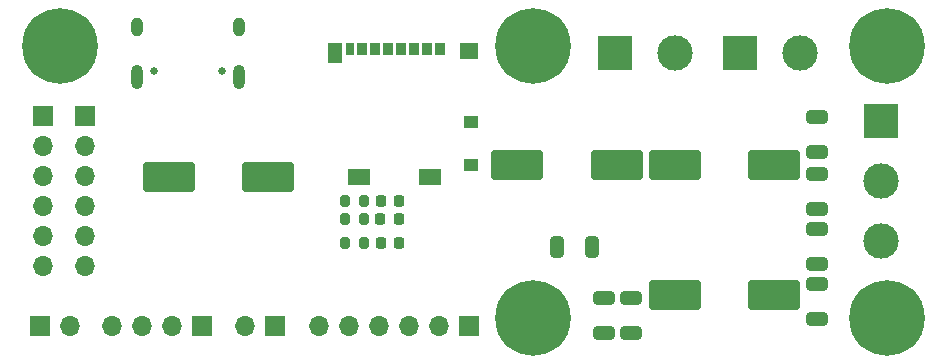
<source format=gbs>
G04 #@! TF.GenerationSoftware,KiCad,Pcbnew,7.0.2-6a45011f42~172~ubuntu20.04.1*
G04 #@! TF.CreationDate,2023-05-22T19:25:16+03:00*
G04 #@! TF.ProjectId,BLDC_4,424c4443-5f34-42e6-9b69-6361645f7063,rev?*
G04 #@! TF.SameCoordinates,PX40d9900PYa21fe80*
G04 #@! TF.FileFunction,Soldermask,Bot*
G04 #@! TF.FilePolarity,Negative*
%FSLAX46Y46*%
G04 Gerber Fmt 4.6, Leading zero omitted, Abs format (unit mm)*
G04 Created by KiCad (PCBNEW 7.0.2-6a45011f42~172~ubuntu20.04.1) date 2023-05-22 19:25:16*
%MOMM*%
%LPD*%
G01*
G04 APERTURE LIST*
G04 Aperture macros list*
%AMRoundRect*
0 Rectangle with rounded corners*
0 $1 Rounding radius*
0 $2 $3 $4 $5 $6 $7 $8 $9 X,Y pos of 4 corners*
0 Add a 4 corners polygon primitive as box body*
4,1,4,$2,$3,$4,$5,$6,$7,$8,$9,$2,$3,0*
0 Add four circle primitives for the rounded corners*
1,1,$1+$1,$2,$3*
1,1,$1+$1,$4,$5*
1,1,$1+$1,$6,$7*
1,1,$1+$1,$8,$9*
0 Add four rect primitives between the rounded corners*
20,1,$1+$1,$2,$3,$4,$5,0*
20,1,$1+$1,$4,$5,$6,$7,0*
20,1,$1+$1,$6,$7,$8,$9,0*
20,1,$1+$1,$8,$9,$2,$3,0*%
G04 Aperture macros list end*
%ADD10C,6.400000*%
%ADD11C,0.650000*%
%ADD12O,1.000000X2.100000*%
%ADD13O,1.000000X1.600000*%
%ADD14RoundRect,0.218750X0.218750X0.256250X-0.218750X0.256250X-0.218750X-0.256250X0.218750X-0.256250X0*%
%ADD15R,1.700000X1.700000*%
%ADD16O,1.700000X1.700000*%
%ADD17RoundRect,0.200000X0.200000X0.275000X-0.200000X0.275000X-0.200000X-0.275000X0.200000X-0.275000X0*%
%ADD18R,0.850000X1.100000*%
%ADD19R,0.750000X1.100000*%
%ADD20R,1.200000X1.000000*%
%ADD21R,1.550000X1.350000*%
%ADD22R,1.900000X1.350000*%
%ADD23R,1.170000X1.800000*%
%ADD24RoundRect,0.250000X1.950000X1.000000X-1.950000X1.000000X-1.950000X-1.000000X1.950000X-1.000000X0*%
%ADD25RoundRect,0.250000X-0.650000X0.325000X-0.650000X-0.325000X0.650000X-0.325000X0.650000X0.325000X0*%
%ADD26RoundRect,0.250000X-1.950000X-1.000000X1.950000X-1.000000X1.950000X1.000000X-1.950000X1.000000X0*%
%ADD27R,3.000000X3.000000*%
%ADD28C,3.000000*%
%ADD29RoundRect,0.250000X0.325000X0.650000X-0.325000X0.650000X-0.325000X-0.650000X0.325000X-0.650000X0*%
%ADD30RoundRect,0.250000X0.650000X-0.325000X0.650000X0.325000X-0.650000X0.325000X-0.650000X-0.325000X0*%
G04 APERTURE END LIST*
D10*
G04 #@! TO.C,H1*
X103500000Y116500000D03*
G04 #@! TD*
G04 #@! TO.C,H5*
X33500000Y116500000D03*
G04 #@! TD*
G04 #@! TO.C,H2*
X103500000Y93500000D03*
G04 #@! TD*
G04 #@! TO.C,H4*
X73500000Y116500000D03*
G04 #@! TD*
D11*
G04 #@! TO.C,J401*
X47190000Y114395000D03*
X41410000Y114395000D03*
D12*
X48620000Y113895000D03*
D13*
X48620000Y118075000D03*
D12*
X39980000Y113895000D03*
D13*
X39980000Y118075000D03*
G04 #@! TD*
D10*
G04 #@! TO.C,H3*
X73500000Y93500000D03*
G04 #@! TD*
D14*
G04 #@! TO.C,D1*
X62175000Y101800000D03*
X60600000Y101800000D03*
G04 #@! TD*
G04 #@! TO.C,D2*
X62187500Y103400000D03*
X60612500Y103400000D03*
G04 #@! TD*
G04 #@! TO.C,D3*
X62187500Y99800000D03*
X60612500Y99800000D03*
G04 #@! TD*
D15*
G04 #@! TO.C,P1*
X68060000Y92800000D03*
D16*
X65520000Y92800000D03*
X62980000Y92800000D03*
X60440000Y92800000D03*
X57900000Y92800000D03*
X55360000Y92800000D03*
G04 #@! TD*
D15*
G04 #@! TO.C,P2*
X35600000Y110585000D03*
D16*
X35600000Y108045000D03*
X35600000Y105505000D03*
X35600000Y102965000D03*
X35600000Y100425000D03*
X35600000Y97885000D03*
G04 #@! TD*
D15*
G04 #@! TO.C,P11*
X45500000Y92800000D03*
D16*
X42960000Y92800000D03*
X40420000Y92800000D03*
X37880000Y92800000D03*
G04 #@! TD*
D15*
G04 #@! TO.C,P12*
X51700000Y92800000D03*
D16*
X49160000Y92800000D03*
G04 #@! TD*
D15*
G04 #@! TO.C,P13*
X31750000Y92800000D03*
D16*
X34290000Y92800000D03*
G04 #@! TD*
D15*
G04 #@! TO.C,P14*
X32000000Y110575000D03*
D16*
X32000000Y108035000D03*
X32000000Y105495000D03*
X32000000Y102955000D03*
X32000000Y100415000D03*
X32000000Y97875000D03*
G04 #@! TD*
D17*
G04 #@! TO.C,R22*
X59225000Y99800000D03*
X57575000Y99800000D03*
G04 #@! TD*
G04 #@! TO.C,R37*
X59250000Y101800000D03*
X57600000Y101800000D03*
G04 #@! TD*
G04 #@! TO.C,R38*
X59250000Y103400000D03*
X57600000Y103400000D03*
G04 #@! TD*
D18*
G04 #@! TO.C,U5*
X65640000Y116225000D03*
X64540000Y116225000D03*
X63440000Y116225000D03*
X62340000Y116225000D03*
X61240000Y116225000D03*
X60140000Y116225000D03*
X59040000Y116225000D03*
D19*
X57990000Y116225000D03*
D20*
X68275000Y110075000D03*
X68275000Y106375000D03*
D21*
X68100000Y116100000D03*
D22*
X64775000Y105400000D03*
X58805000Y105400000D03*
D23*
X56780000Y115875000D03*
G04 #@! TD*
D24*
G04 #@! TO.C,C33*
X51100000Y105400000D03*
X42700000Y105400000D03*
G04 #@! TD*
D25*
G04 #@! TO.C,C9*
X97600000Y101000000D03*
X97600000Y98050000D03*
G04 #@! TD*
G04 #@! TO.C,C56*
X79500000Y95175000D03*
X79500000Y92225000D03*
G04 #@! TD*
D26*
G04 #@! TO.C,C57*
X85500000Y95400000D03*
X93900000Y95400000D03*
G04 #@! TD*
D27*
G04 #@! TO.C,J2*
X91020000Y115900000D03*
D28*
X96100000Y115900000D03*
G04 #@! TD*
D27*
G04 #@! TO.C,J3*
X80460000Y115900000D03*
D28*
X85540000Y115900000D03*
G04 #@! TD*
D26*
G04 #@! TO.C,C59*
X85500000Y106400000D03*
X93900000Y106400000D03*
G04 #@! TD*
D29*
G04 #@! TO.C,C49*
X78475000Y99500000D03*
X75525000Y99500000D03*
G04 #@! TD*
D30*
G04 #@! TO.C,C50*
X97600000Y93400000D03*
X97600000Y96350000D03*
G04 #@! TD*
G04 #@! TO.C,C44*
X97600000Y102725000D03*
X97600000Y105675000D03*
G04 #@! TD*
D25*
G04 #@! TO.C,C54*
X97600000Y110475000D03*
X97600000Y107525000D03*
G04 #@! TD*
D27*
G04 #@! TO.C,J1*
X103000000Y110160000D03*
D28*
X103000000Y105080000D03*
X103000000Y100000000D03*
G04 #@! TD*
D25*
G04 #@! TO.C,C55*
X81800000Y95175000D03*
X81800000Y92225000D03*
G04 #@! TD*
D24*
G04 #@! TO.C,C58*
X80600000Y106400000D03*
X72200000Y106400000D03*
G04 #@! TD*
M02*

</source>
